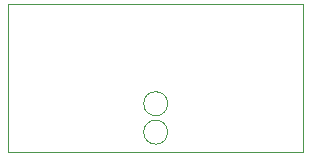
<source format=gbr>
%TF.GenerationSoftware,KiCad,Pcbnew,(5.1.10)-1*%
%TF.CreationDate,2022-01-17T16:38:06+07:00*%
%TF.ProjectId,ADuM_I2C_v3,4144754d-5f49-4324-935f-76332e6b6963,rev?*%
%TF.SameCoordinates,Original*%
%TF.FileFunction,Profile,NP*%
%FSLAX46Y46*%
G04 Gerber Fmt 4.6, Leading zero omitted, Abs format (unit mm)*
G04 Created by KiCad (PCBNEW (5.1.10)-1) date 2022-01-17 16:38:06*
%MOMM*%
%LPD*%
G01*
G04 APERTURE LIST*
%TA.AperFunction,Profile*%
%ADD10C,0.100000*%
%TD*%
G04 APERTURE END LIST*
D10*
X101016000Y-95936000D02*
G75*
G03*
X101016000Y-95936000I-1016000J0D01*
G01*
X101016000Y-98349000D02*
G75*
G03*
X101016000Y-98349000I-1016000J0D01*
G01*
X87500000Y-87500000D02*
X87500000Y-100000000D01*
X112500000Y-87500000D02*
X87500000Y-87500000D01*
X112500000Y-87500000D02*
X112500000Y-100000000D01*
X87500000Y-100000000D02*
X112500000Y-100000000D01*
M02*

</source>
